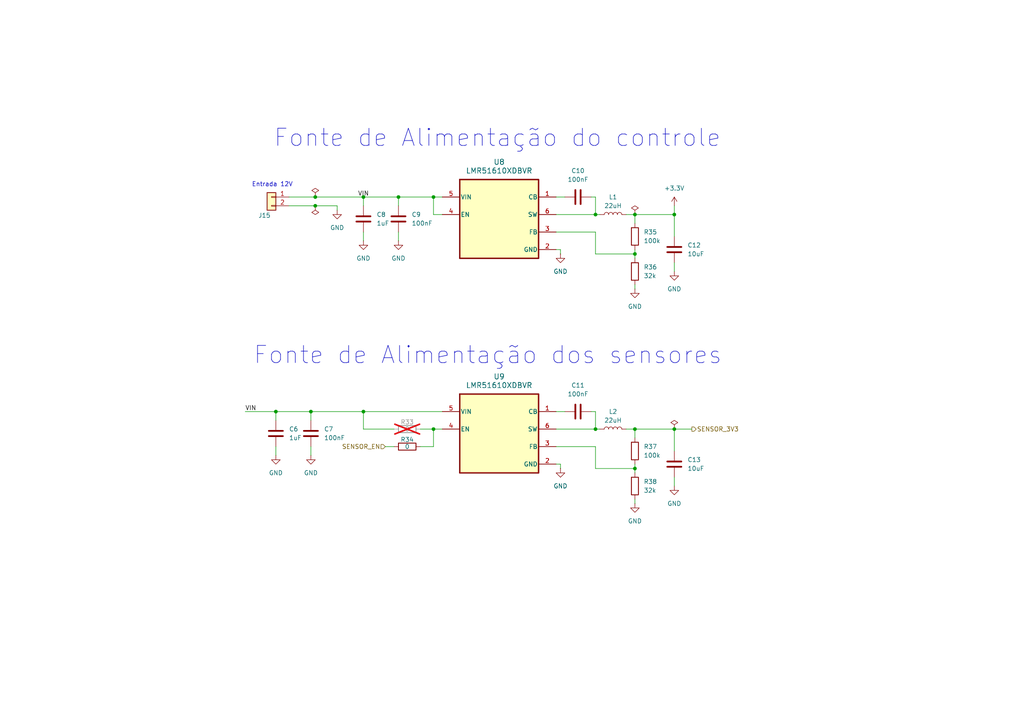
<source format=kicad_sch>
(kicad_sch (version 20231120) (generator "eeschema") (generator_version "8.0")
  (paper "A4")
  (title_block (title "Estante Irrigada - Controle") (date "2024-06-07") (rev "1") (company "Gustavo Adolpho Souteras Barbosa"))
  (lib_symbols
    (symbol "Connector_Generic:Conn_01x02" (pin_names (offset 1.016) hide)
      (property "Reference" "J" (at 0 2.54 0))
      (property "Value" "Conn_01x02" (at 0 -5.08 0))
      (symbol "Conn_01x02_1_1"
        (rectangle (start -1.27 -2.413) (end 0 -2.667) (stroke (width 0.1524)))
        (rectangle (start -1.27 0.127) (end 0 -0.127) (stroke (width 0.1524)))
        (rectangle (start -1.27 1.27) (end 1.27 -3.81) (stroke (width 0.254)) (fill (type background)))
        (pin passive line (at -5.08 0 0) (length 3.81) (name "Pin_1") (number "1"))
        (pin passive line (at -5.08 -2.54 0) (length 3.81) (name "Pin_2") (number "2"))
      )
    )
    (symbol "Device:C" (pin_numbers hide) (pin_names (offset 0.254))
      (property "Reference" "C" (at 0.635 2.54 0))
      (property "Value" "C" (at 0.635 -2.54 0))
      (symbol "C_0_1"
        (polyline (pts (xy -2.032 -0.762) (xy 2.032 -0.762)) (stroke (width 0.508)))
        (polyline (pts (xy -2.032 0.762) (xy 2.032 0.762)) (stroke (width 0.508)))
      )
      (symbol "C_1_1"
        (pin passive line (at 0 3.81 270) (length 2.794) (name "~") (number "1"))
        (pin passive line (at 0 -3.81 90) (length 2.794) (name "~") (number "2"))
      )
    )
    (symbol "Device:L" (pin_numbers hide) (pin_names (offset 1.016) hide)
      (property "Reference" "L" (at -1.27 0 90))
      (property "Value" "L" (at 1.905 0 90))
      (symbol "L_0_1"
        (arc (start 0 -2.54) (mid 0.6323 -1.905) (end 0 -1.27))
        (arc (start 0 -1.27) (mid 0.6323 -0.635) (end 0 0))
        (arc (start 0 0) (mid 0.6323 0.635) (end 0 1.27))
        (arc (start 0 1.27) (mid 0.6323 1.905) (end 0 2.54))
      )
      (symbol "L_1_1"
        (pin passive line (at 0 3.81 270) (length 1.27) (name "1") (number "1"))
        (pin passive line (at 0 -3.81 90) (length 1.27) (name "2") (number "2"))
      )
    )
    (symbol "Device:R" (pin_numbers hide) (pin_names (offset 0))
      (property "Reference" "R" (at 2.032 0 90))
      (property "Value" "R" (at 0 0 90))
      (symbol "R_0_1"
        (rectangle (start -1.016 -2.54) (end 1.016 2.54) (stroke (width 0.254)))
      )
      (symbol "R_1_1"
        (pin passive line (at 0 3.81 270) (length 1.27) (name "~") (number "1"))
        (pin passive line (at 0 -3.81 90) (length 1.27) (name "~") (number "2"))
      )
    )
    (symbol "LMR51610XDBVR:LMR51610XDBVR" (pin_names (offset 0.254))
      (property "Reference" "U" (at 0 2.54 0))
      (property "Value" "LMR51610XDBVR" (at 0 0 0))
      (symbol "LMR51610XDBVR_0_1"
        (pin power_in line (at 33.02 -15.24 180) (length 5.08) (name "GND") (number "2"))
        (pin input line (at 0 -5.08 0) (length 5.08) (name "EN") (number "4"))
        (pin power_in line (at 0 0 0) (length 5.08) (name "VIN") (number "5"))
      )
      (symbol "LMR51610XDBVR_1_1"
        (rectangle (start 5.08 5.08) (end 27.94 -17.78) (stroke (width 0.41)) (fill (type background)))
        (pin unspecified line (at 33.02 0 180) (length 5.08) (name "CB") (number "1"))
        (pin unspecified line (at 33.02 -10.16 180) (length 5.08) (name "FB") (number "3"))
        (pin unspecified line (at 33.02 -5.08 180) (length 5.08) (name "SW") (number "6"))
      )
    )
    (symbol "power:+3.3V" (power) (pin_numbers hide) (pin_names (offset 0) hide)
      (property "Value" "+3.3V" (at 0 3.556 0))
      (symbol "+3.3V_0_1"
        (polyline (pts (xy -0.762 1.27) (xy 0 2.54)))
        (polyline (pts (xy 0 0) (xy 0 2.54)))
        (polyline (pts (xy 0 2.54) (xy 0.762 1.27)))
      )
      (symbol "+3.3V_1_1"
        (pin power_in line (at 0 0 90) (length 0) (name "~") (number "1"))
      )
    )
    (symbol "power:GND" (power) (pin_numbers hide) (pin_names (offset 0) hide)
      (property "Value" "GND" (at 0 -3.81 0))
      (symbol "GND_0_1"
        (polyline (pts (xy 0 0) (xy 0 -1.27) (xy 1.27 -1.27) (xy 0 -2.54) (xy -1.27 -1.27) (xy 0 -1.27)))
      )
      (symbol "GND_1_1"
        (pin power_in line (at 0 0 270) (length 0) (name "~") (number "1"))
      )
    )
    (symbol "power:PWR_FLAG" (power) (pin_numbers hide) (pin_names (offset 0) hide)
      (property "Value" "PWR_FLAG" (at 0 3.81 0))
      (symbol "PWR_FLAG_0_0"
        (pin power_out line (at 0 0 90) (length 0) (name "~") (number "1"))
      )
      (symbol "PWR_FLAG_0_1"
        (polyline (pts (xy 0 0) (xy 0 1.27) (xy -1.016 1.905) (xy 0 2.54) (xy 1.016 1.905) (xy 0 1.27)))
      )
    )
  )
  (junction (at 115.57 57.15))
  (junction (at 172.72 62.23))
  (junction (at 80.01 119.38))
  (junction (at 125.73 57.15))
  (junction (at 105.41 119.38))
  (junction (at 195.58 124.46))
  (junction (at 125.73 124.46))
  (junction (at 90.17 119.38))
  (junction (at 184.15 124.46))
  (junction (at 91.44 57.15))
  (junction (at 195.58 62.23))
  (junction (at 184.15 62.23))
  (junction (at 91.44 59.69))
  (junction (at 184.15 73.66))
  (junction (at 105.41 57.15))
  (junction (at 172.72 124.46))
  (junction (at 184.15 135.89))
  (wire (pts (xy 184.15 72.39) (xy 184.15 73.66)))
  (wire (pts (xy 83.82 57.15) (xy 91.44 57.15)))
  (wire (pts (xy 90.17 119.38) (xy 90.17 121.92)))
  (wire (pts (xy 184.15 134.62) (xy 184.15 135.89)))
  (wire (pts (xy 80.01 119.38) (xy 80.01 121.92)))
  (wire (pts (xy 195.58 76.2) (xy 195.58 78.74)))
  (wire (pts (xy 71.12 119.38) (xy 80.01 119.38)))
  (wire (pts (xy 172.72 129.54) (xy 172.72 135.89)))
  (wire (pts (xy 161.29 62.23) (xy 172.72 62.23)))
  (wire (pts (xy 172.72 67.31) (xy 172.72 73.66)))
  (wire (pts (xy 161.29 119.38) (xy 163.83 119.38)))
  (wire (pts (xy 195.58 124.46) (xy 200.66 124.46)))
  (wire (pts (xy 114.3 124.46) (xy 105.41 124.46)))
  (wire (pts (xy 195.58 59.69) (xy 195.58 62.23)))
  (wire (pts (xy 91.44 59.69) (xy 97.79 59.69)))
  (wire (pts (xy 181.61 124.46) (xy 184.15 124.46)))
  (wire (pts (xy 162.56 135.89) (xy 162.56 134.62)))
  (wire (pts (xy 91.44 57.15) (xy 105.41 57.15)))
  (wire (pts (xy 128.27 62.23) (xy 125.73 62.23)))
  (wire (pts (xy 172.72 73.66) (xy 184.15 73.66)))
  (wire (pts (xy 161.29 67.31) (xy 172.72 67.31)))
  (wire (pts (xy 181.61 62.23) (xy 184.15 62.23)))
  (wire (pts (xy 90.17 119.38) (xy 80.01 119.38)))
  (wire (pts (xy 125.73 129.54) (xy 125.73 124.46)))
  (wire (pts (xy 111.76 129.54) (xy 114.3 129.54)))
  (wire (pts (xy 184.15 62.23) (xy 184.15 64.77)))
  (wire (pts (xy 83.82 59.69) (xy 91.44 59.69)))
  (wire (pts (xy 171.45 57.15) (xy 172.72 57.15)))
  (wire (pts (xy 184.15 73.66) (xy 184.15 74.93)))
  (wire (pts (xy 125.73 62.23) (xy 125.73 57.15)))
  (wire (pts (xy 172.72 57.15) (xy 172.72 62.23)))
  (wire (pts (xy 184.15 135.89) (xy 184.15 137.16)))
  (wire (pts (xy 184.15 124.46) (xy 184.15 127)))
  (wire (pts (xy 90.17 119.38) (xy 105.41 119.38)))
  (wire (pts (xy 125.73 124.46) (xy 128.27 124.46)))
  (wire (pts (xy 195.58 124.46) (xy 195.58 130.81)))
  (wire (pts (xy 171.45 119.38) (xy 172.72 119.38)))
  (wire (pts (xy 184.15 82.55) (xy 184.15 83.82)))
  (wire (pts (xy 90.17 129.54) (xy 90.17 132.08)))
  (wire (pts (xy 162.56 72.39) (xy 161.29 72.39)))
  (wire (pts (xy 105.41 124.46) (xy 105.41 119.38)))
  (wire (pts (xy 105.41 57.15) (xy 105.41 59.69)))
  (wire (pts (xy 172.72 119.38) (xy 172.72 124.46)))
  (wire (pts (xy 184.15 62.23) (xy 195.58 62.23)))
  (wire (pts (xy 125.73 57.15) (xy 115.57 57.15)))
  (wire (pts (xy 195.58 62.23) (xy 195.58 68.58)))
  (wire (pts (xy 80.01 129.54) (xy 80.01 132.08)))
  (wire (pts (xy 115.57 57.15) (xy 105.41 57.15)))
  (wire (pts (xy 172.72 62.23) (xy 173.99 62.23)))
  (wire (pts (xy 115.57 67.31) (xy 115.57 69.85)))
  (wire (pts (xy 121.92 124.46) (xy 125.73 124.46)))
  (wire (pts (xy 97.79 60.96) (xy 97.79 59.69)))
  (wire (pts (xy 172.72 135.89) (xy 184.15 135.89)))
  (wire (pts (xy 125.73 57.15) (xy 128.27 57.15)))
  (wire (pts (xy 172.72 124.46) (xy 173.99 124.46)))
  (wire (pts (xy 184.15 144.78) (xy 184.15 146.05)))
  (wire (pts (xy 184.15 124.46) (xy 195.58 124.46)))
  (wire (pts (xy 105.41 67.31) (xy 105.41 69.85)))
  (wire (pts (xy 162.56 73.66) (xy 162.56 72.39)))
  (wire (pts (xy 115.57 57.15) (xy 115.57 59.69)))
  (wire (pts (xy 162.56 134.62) (xy 161.29 134.62)))
  (wire (pts (xy 121.92 129.54) (xy 125.73 129.54)))
  (wire (pts (xy 161.29 124.46) (xy 172.72 124.46)))
  (wire (pts (xy 161.29 57.15) (xy 163.83 57.15)))
  (wire (pts (xy 105.41 119.38) (xy 128.27 119.38)))
  (wire (pts (xy 195.58 138.43) (xy 195.58 140.97)))
  (wire (pts (xy 161.29 129.54) (xy 172.72 129.54)))
  (text "Entrada 12V" (at 78.994 53.594 0) (effects (font (size 1.27 1.27))))
  (text "Fonte de Alimentação dos sensores" (at 141.478 103.124 0) (effects (font (size 5 5))))
  (text "Fonte de Alimentação do controle" (at 144.272 40.132 0) (effects (font (size 5 5))))
  (label "VIN" (at 105.41 57.15 0))
  (label "VIN" (at 71.12 119.38 0))
  (hierarchical_label "SENSOR_EN" (shape input) (at 111.76 129.54 180))
  (hierarchical_label "SENSOR_3V3" (shape output) (at 200.66 124.46 0))
  (symbol (lib_id "LMR51610XDBVR:LMR51610XDBVR") (at 128.27 119.38 0) (unit 1)
    (property "Reference" "U9" (at 144.78 109.22 0) (effects (font (size 1.524 1.524))))
    (property "Value" "LMR51610XDBVR" (at 144.78 111.76 0) (effects (font (size 1.524 1.524))))
    (property "Footprint" "DBV0006A-IPC_A" (effects (hide yes)))
    (property "Datasheet" "PLMR51610XDBVR" (effects (hide yes)))
    (property "Description" "SIMPLE SWITCHER® Power Converter, 4-V to 65-V, 0.6-A/1-A Buck Converter" (effects (hide yes)))
  )
  (symbol (lib_id "power:GND") (at 162.56 73.66 0) (unit 1)
    (property "Reference" "#PWR050" (effects (hide yes)))
    (property "Value" "GND" (at 162.56 78.74 0))
    (property "Description" "Power symbol creates a global label with name \"GND\" , ground" (effects (hide yes)))
  )
  (symbol (lib_id "power:PWR_FLAG") (at 184.15 62.23 0) (unit 1)
    (property "Reference" "#FLG03" (effects (hide yes)))
    (property "Value" "PWR_FLAG" (effects (hide yes)))
    (property "Description" "Special symbol for telling ERC where power comes from" (effects (hide yes)))
  )
  (symbol (lib_id "power:GND") (at 195.58 78.74 0) (unit 1)
    (property "Reference" "#PWR055" (effects (hide yes)))
    (property "Value" "GND" (at 195.58 83.82 0))
    (property "Description" "Power symbol creates a global label with name \"GND\" , ground" (effects (hide yes)))
  )
  (symbol (lib_id "Device:C") (at 167.64 57.15 90) (unit 1)
    (property "Reference" "C10" (at 167.64 49.53 90))
    (property "Value" "100nF" (at 167.64 52.07 90))
    (property "Footprint" "Capacitor_SMD:C_0805_2012Metric_Pad1.18x1.45mm_HandSolder" (effects (hide yes)))
    (property "Description" "Capacitor Murata - GRM155R71C104KA88D" (effects (hide yes)))
  )
  (symbol (lib_id "Device:C") (at 195.58 72.39 0) (unit 1)
    (property "Reference" "C12" (at 199.39 71.1199 0) (effects (justify left)))
    (property "Value" "10uF" (at 199.39 73.6599 0) (effects (justify left)))
    (property "Footprint" "Capacitor_SMD:C_0805_2012Metric_Pad1.18x1.45mm_HandSolder" (effects (hide yes)))
    (property "Description" "Capacitor Kemet - C0805C106K8PACTU" (effects (hide yes)))
  )
  (symbol (lib_id "Device:C") (at 90.17 125.73 0) (unit 1)
    (property "Reference" "C7" (at 93.98 124.4599 0) (effects (justify left)))
    (property "Value" "100nF" (at 93.98 126.9999 0) (effects (justify left)))
    (property "Footprint" "Capacitor_SMD:C_0805_2012Metric_Pad1.18x1.45mm_HandSolder" (effects (hide yes)))
    (property "Description" "Capacitor Murata - GRM188R71H104KA93D" (effects (hide yes)))
  )
  (symbol (lib_id "Device:C") (at 167.64 119.38 90) (unit 1)
    (property "Reference" "C11" (at 167.64 111.76 90))
    (property "Value" "100nF" (at 167.64 114.3 90))
    (property "Footprint" "Capacitor_SMD:C_0805_2012Metric_Pad1.18x1.45mm_HandSolder" (effects (hide yes)))
    (property "Description" "Capacitor Murata - GRM155R71C104KA88D" (effects (hide yes)))
  )
  (symbol (lib_id "power:GND") (at 97.79 60.96 0) (unit 1)
    (property "Reference" "#PWR046" (effects (hide yes)))
    (property "Value" "GND" (at 97.79 66.04 0))
    (property "Description" "Power symbol creates a global label with name \"GND\" , ground" (effects (hide yes)))
  )
  (symbol (lib_id "power:PWR_FLAG") (at 91.44 57.15 0) (unit 1)
    (property "Reference" "#FLG01" (effects (hide yes)))
    (property "Value" "PWR_FLAG" (effects (hide yes)))
    (property "Description" "Special symbol for telling ERC where power comes from" (effects (hide yes)))
  )
  (symbol (lib_id "power:GND") (at 184.15 83.82 0) (unit 1)
    (property "Reference" "#PWR052" (effects (hide yes)))
    (property "Value" "GND" (at 184.15 88.9 0))
    (property "Description" "Power symbol creates a global label with name \"GND\" , ground" (effects (hide yes)))
  )
  (symbol (lib_id "Device:R") (at 118.11 129.54 90) (unit 1) (in_bom no)
    (property "Reference" "R34" (at 118.11 127.508 90))
    (property "Value" "0" (at 118.11 129.54 90))
    (property "Footprint" "Resistor_SMD:R_0805_2012Metric_Pad1.20x1.40mm_HandSolder" (effects (hide yes)))
    (property "Description" "Resistor" (effects (hide yes)))
  )
  (symbol (lib_id "Device:R") (at 184.15 68.58 180) (unit 1)
    (property "Reference" "R35" (at 186.69 67.3099 0) (effects (justify right)))
    (property "Value" "100k" (at 186.69 69.8499 0) (effects (justify right)))
    (property "Footprint" "Resistor_SMD:R_0805_2012Metric_Pad1.20x1.40mm_HandSolder" (effects (hide yes)))
    (property "Description" "Resistor Vishay-Dale - CRCW0402100KFKED" (effects (hide yes)))
  )
  (symbol (lib_id "power:PWR_FLAG") (at 195.58 124.46 0) (unit 1)
    (property "Reference" "#FLG04" (effects (hide yes)))
    (property "Value" "PWR_FLAG" (effects (hide yes)))
    (property "Description" "Special symbol for telling ERC where power comes from" (effects (hide yes)))
  )
  (symbol (lib_id "Connector_Generic:Conn_01x02") (at 78.74 57.15 0) (mirror y) (unit 1)
    (property "Reference" "J15" (at 76.708 62.484 0))
    (property "Value" "Conn_01x02" (effects (hide yes)))
    (property "Footprint" "TerminalBlock:TerminalBlock_bornier-2_P5.08mm" (effects (hide yes)))
    (property "Description" "Generic connector, single row, 01x02, script generated (kicad-library-utils/schlib/autogen/connector/)" (effects (hide yes)))
  )
  (symbol (lib_id "Device:R") (at 184.15 78.74 0) (unit 1)
    (property "Reference" "R36" (at 186.69 77.4699 0) (effects (justify left)))
    (property "Value" "32k" (at 186.69 80.0099 0) (effects (justify left)))
    (property "Footprint" "Resistor_SMD:R_0805_2012Metric_Pad1.20x1.40mm_HandSolder" (effects (hide yes)))
    (property "Description" "Resistor Vishay-Dale - TNPW040232K0BEED" (effects (hide yes)))
  )
  (symbol (lib_id "power:GND") (at 80.01 132.08 0) (unit 1)
    (property "Reference" "#PWR044" (effects (hide yes)))
    (property "Value" "GND" (at 80.01 137.16 0))
    (property "Description" "Power symbol creates a global label with name \"GND\" , ground" (effects (hide yes)))
  )
  (symbol (lib_id "Device:L") (at 177.8 124.46 90) (unit 1)
    (property "Reference" "L2" (at 177.8 119.38 90))
    (property "Value" "22uH" (at 177.8 121.92 90))
    (property "Footprint" "Inductor_SMD:L_7.3x7.3_H3.5" (effects (hide yes)))
    (property "Description" "Indutor NIC Components - NPI105C220MTRF" (effects (hide yes)))
  )
  (symbol (lib_id "Device:L") (at 177.8 62.23 90) (unit 1)
    (property "Reference" "L1" (at 177.8 57.15 90))
    (property "Value" "22uH" (at 177.8 59.69 90))
    (property "Footprint" "Inductor_SMD:L_7.3x7.3_H3.5" (effects (hide yes)))
    (property "Description" "Indutor NIC Components - NPI105C220MTRF" (effects (hide yes)))
  )
  (symbol (lib_id "power:GND") (at 195.58 140.97 0) (unit 1)
    (property "Reference" "#PWR056" (effects (hide yes)))
    (property "Value" "GND" (at 195.58 146.05 0))
    (property "Description" "Power symbol creates a global label with name \"GND\" , ground" (effects (hide yes)))
  )
  (symbol (lib_id "Device:R") (at 184.15 140.97 0) (unit 1)
    (property "Reference" "R38" (at 186.69 139.6999 0) (effects (justify left)))
    (property "Value" "32k" (at 186.69 142.2399 0) (effects (justify left)))
    (property "Footprint" "Resistor_SMD:R_0805_2012Metric_Pad1.20x1.40mm_HandSolder" (effects (hide yes)))
    (property "Description" "Resistor Vishay-Dale - TNPW040232K0BEED" (effects (hide yes)))
  )
  (symbol (lib_id "power:GND") (at 90.17 132.08 0) (unit 1)
    (property "Reference" "#PWR045" (effects (hide yes)))
    (property "Value" "GND" (at 90.17 137.16 0))
    (property "Description" "Power symbol creates a global label with name \"GND\" , ground" (effects (hide yes)))
  )
  (symbol (lib_id "power:GND") (at 184.15 146.05 0) (unit 1)
    (property "Reference" "#PWR053" (effects (hide yes)))
    (property "Value" "GND" (at 184.15 151.13 0))
    (property "Description" "Power symbol creates a global label with name \"GND\" , ground" (effects (hide yes)))
  )
  (symbol (lib_id "power:GND") (at 115.57 69.85 0) (unit 1)
    (property "Reference" "#PWR049" (effects (hide yes)))
    (property "Value" "GND" (at 115.57 74.93 0))
    (property "Description" "Power symbol creates a global label with name \"GND\" , ground" (effects (hide yes)))
  )
  (symbol (lib_id "Device:C") (at 115.57 63.5 0) (unit 1)
    (property "Reference" "C9" (at 119.38 62.2299 0) (effects (justify left)))
    (property "Value" "100nF" (at 119.38 64.7699 0) (effects (justify left)))
    (property "Footprint" "Capacitor_SMD:C_0805_2012Metric_Pad1.18x1.45mm_HandSolder" (effects (hide yes)))
    (property "Description" "Capacitor Murata - GRM188R71H104KA93D" (effects (hide yes)))
  )
  (symbol (lib_id "Device:C") (at 195.58 134.62 0) (unit 1)
    (property "Reference" "C13" (at 199.39 133.3499 0) (effects (justify left)))
    (property "Value" "10uF" (at 199.39 135.8899 0) (effects (justify left)))
    (property "Footprint" "Capacitor_SMD:C_0805_2012Metric_Pad1.18x1.45mm_HandSolder" (effects (hide yes)))
    (property "Description" "Capacitor Kemet - C0805C106K8PACTU" (effects (hide yes)))
  )
  (symbol (lib_id "Device:R") (at 118.11 124.46 90) (unit 1) (exclude_from_sim yes) (in_bom no) (dnp yes)
    (property "Reference" "R33" (at 118.11 122.428 90))
    (property "Value" "0" (at 118.11 124.46 90))
    (property "Footprint" "Resistor_SMD:R_0805_2012Metric_Pad1.20x1.40mm_HandSolder" (effects (hide yes)))
    (property "Description" "Resistor" (effects (hide yes)))
  )
  (symbol (lib_id "Device:C") (at 105.41 63.5 0) (unit 1)
    (property "Reference" "C8" (at 109.22 62.2299 0) (effects (justify left)))
    (property "Value" "1uF" (at 109.22 64.7699 0) (effects (justify left)))
    (property "Footprint" "Capacitor_SMD:C_0805_2012Metric_Pad1.18x1.45mm_HandSolder" (effects (hide yes)))
    (property "Description" "Capacitor TDK - C1608X5R1H105K080AB" (effects (hide yes)))
  )
  (symbol (lib_id "power:GND") (at 162.56 135.89 0) (unit 1)
    (property "Reference" "#PWR051" (effects (hide yes)))
    (property "Value" "GND" (at 162.56 140.97 0))
    (property "Description" "Power symbol creates a global label with name \"GND\" , ground" (effects (hide yes)))
  )
  (symbol (lib_id "power:PWR_FLAG") (at 91.44 59.69 180) (unit 1)
    (property "Reference" "#FLG02" (effects (hide yes)))
    (property "Value" "PWR_FLAG" (effects (hide yes)))
    (property "Description" "Special symbol for telling ERC where power comes from" (effects (hide yes)))
  )
  (symbol (lib_id "power:GND") (at 105.41 69.85 0) (unit 1)
    (property "Reference" "#PWR048" (effects (hide yes)))
    (property "Value" "GND" (at 105.41 74.93 0))
    (property "Description" "Power symbol creates a global label with name \"GND\" , ground" (effects (hide yes)))
  )
  (symbol (lib_id "Device:R") (at 184.15 130.81 180) (unit 1)
    (property "Reference" "R37" (at 186.69 129.5399 0) (effects (justify right)))
    (property "Value" "100k" (at 186.69 132.0799 0) (effects (justify right)))
    (property "Footprint" "Resistor_SMD:R_0805_2012Metric_Pad1.20x1.40mm_HandSolder" (effects (hide yes)))
    (property "Description" "Resistor Vishay-Dale - CRCW0402100KFKED" (effects (hide yes)))
  )
  (symbol (lib_id "power:+3.3V") (at 195.58 59.69 0) (unit 1)
    (property "Reference" "#PWR054" (effects (hide yes)))
    (property "Value" "+3.3V" (at 195.58 54.61 0))
    (property "Description" "Power symbol creates a global label with name \"+3.3V\"" (effects (hide yes)))
  )
  (symbol (lib_id "Device:C") (at 80.01 125.73 0) (unit 1)
    (property "Reference" "C6" (at 83.82 124.4599 0) (effects (justify left)))
    (property "Value" "1uF" (at 83.82 126.9999 0) (effects (justify left)))
    (property "Footprint" "Capacitor_SMD:C_0805_2012Metric_Pad1.18x1.45mm_HandSolder" (effects (hide yes)))
    (property "Description" "Capacitor TDK - C1608X5R1H105K080AB" (effects (hide yes)))
  )
  (symbol (lib_id "LMR51610XDBVR:LMR51610XDBVR") (at 128.27 57.15 0) (unit 1)
    (property "Reference" "U8" (at 144.78 46.99 0) (effects (font (size 1.524 1.524))))
    (property "Value" "LMR51610XDBVR" (at 144.78 49.53 0) (effects (font (size 1.524 1.524))))
    (property "Footprint" "DBV0006A-IPC_A" (effects (hide yes)))
    (property "Datasheet" "PLMR51610XDBVR" (effects (hide yes)))
    (property "Description" "SIMPLE SWITCHER® Power Converter, 4-V to 65-V, 0.6-A/1-A Buck Converter" (effects (hide yes)))
  )
)
</source>
